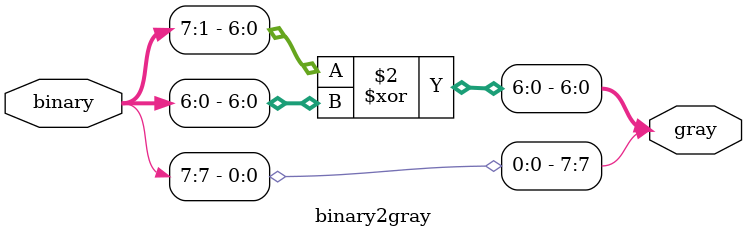
<source format=sv>
module binary2gray #(parameter N = 8)
               (
               binary,
               gray
               );

//port declaration
input logic [N-1:0] binary;
output logic [N-1:0] gray;

//output logic
always_comb
   begin
      gray[N-1] = binary[N-1];
      gray[N-2:0] = binary[N-1:1] ^ binary[N-2:0];
   end

endmodule

</source>
